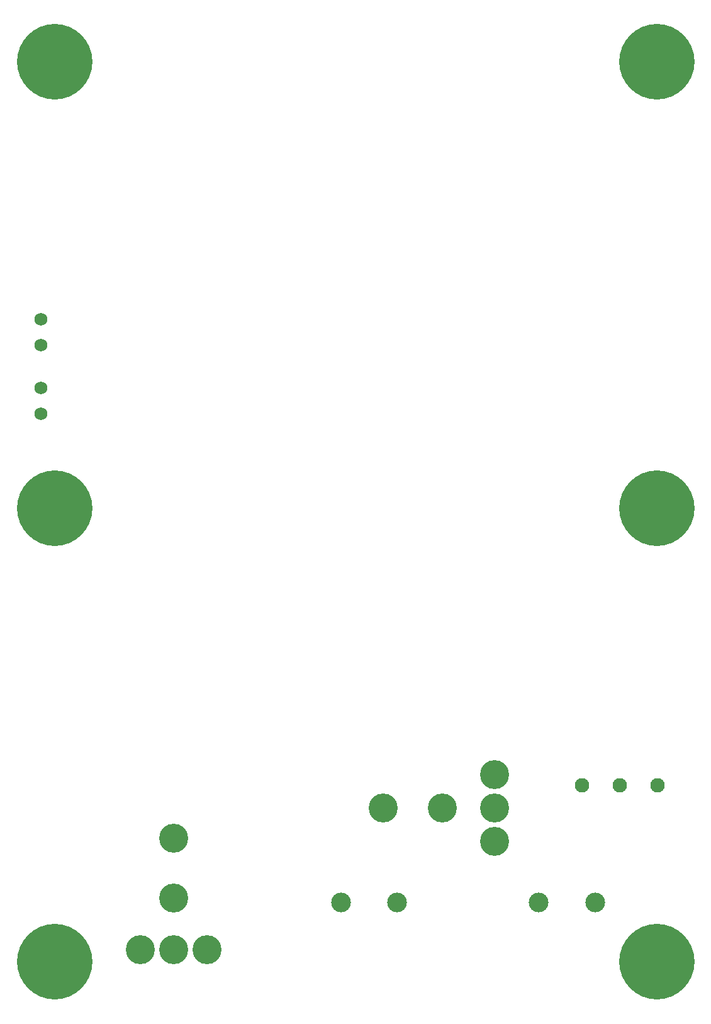
<source format=gbr>
%TF.GenerationSoftware,Altium Limited,Altium Designer,22.1.2 (22)*%
G04 Layer_Color=16711935*
%FSLAX45Y45*%
%MOMM*%
%TF.SameCoordinates,C5451D44-FA68-4CDD-92CA-08ED0B408621*%
%TF.FilePolarity,Negative*%
%TF.FileFunction,Soldermask,Bot*%
%TF.Part,Single*%
G01*
G75*
%TA.AperFunction,ComponentPad*%
%ADD96C,3.90240*%
%ADD97C,1.95240*%
%TA.AperFunction,ViaPad*%
%ADD98C,10.15240*%
%TA.AperFunction,ComponentPad*%
%ADD99C,1.75240*%
%ADD100C,2.65240*%
D96*
X2300000Y1560000D02*
D03*
Y2360000D02*
D03*
Y860000D02*
D03*
X2750000D02*
D03*
X1850000D02*
D03*
X5917500Y2770000D02*
D03*
X5117500D02*
D03*
X6617500D02*
D03*
Y3220000D02*
D03*
Y2320000D02*
D03*
D97*
X8813000Y3072500D02*
D03*
X8305000D02*
D03*
X7797000D02*
D03*
D98*
X700000Y12800000D02*
D03*
X8800000D02*
D03*
X8800000Y6800000D02*
D03*
X700000D02*
D03*
X8800000Y700000D02*
D03*
X700000D02*
D03*
D99*
X512500Y8065000D02*
D03*
Y8415000D02*
D03*
X515000Y8992500D02*
D03*
Y9342500D02*
D03*
D100*
X7970000Y1497500D02*
D03*
X7210000D02*
D03*
X5310000D02*
D03*
X4550000D02*
D03*
%TF.MD5,54aeedc3ac2209a69b8a05d7ebf90f8c*%
M02*

</source>
